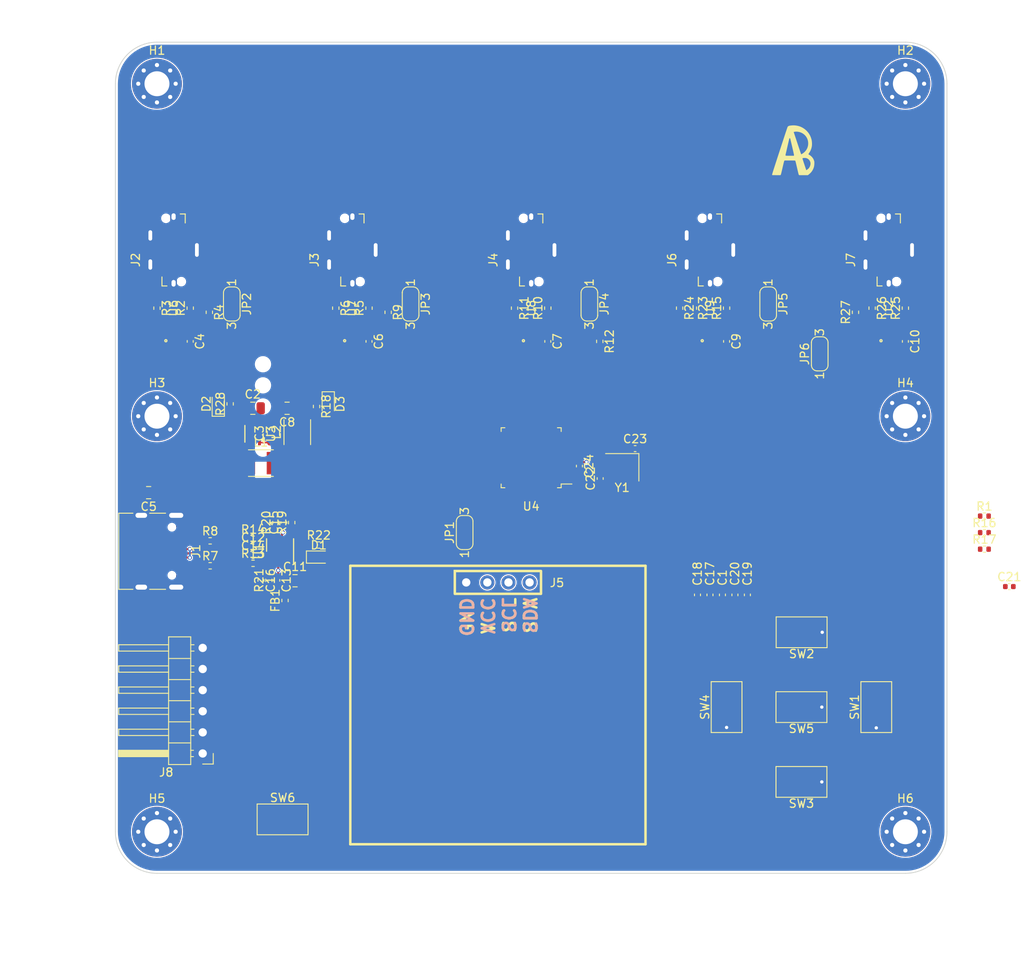
<source format=kicad_pcb>
(kicad_pcb (version 20221018) (generator pcbnew)
  (title_block (title "SilhouetteSync V1") (date "2024-02-27") (rev "1") (company "BCIT BENG 2024"))
  (layers (0 "F.Cu" signal) (31 "B.Cu" signal) (35 "F.Paste" user) (36 "B.SilkS" user "B.Silkscreen") (37 "F.SilkS" user "F.Silkscreen") (38 "B.Mask" user) (39 "F.Mask" user) (44 "Edge.Cuts" user))
  (net 0 "")
  (net 1 "GND")
  (net 4 "VBUS")
  (net 8 "Net-(J1-CC1)")
  (net 9 "/USB_D+")
  (net 10 "/USB_D-")
  (net 12 "Net-(J1-CC2)")
  (net 13 "+3.3V")
  (net 14 "/SW5")
  (net 16 "Net-(J2-SBU1)")
  (net 17 "/3V3_RAW")
  (net 18 "Net-(U1-VCC)")
  (net 19 "Net-(U1-3V3OUT)")
  (net 20 "Net-(U1-~{RESET}#)")
  (net 21 "Net-(D3-A)")
  (net 22 "/MCU_NRST")
  (net 24 "/MCU_XI")
  (net 25 "/MCU_XO")
  (net 26 "Net-(D1-K)")
  (net 30 "Net-(D1-A)")
  (net 31 "Net-(J5-VCC)")
  (net 32 "/ST_SWCLK")
  (net 33 "/ST_SWDIO")
  (net 37 "Net-(J2-SBU2)")
  (net 45 "Net-(J3-SBU1)")
  (net 52 "Net-(J3-SBU2)")
  (net 58 "/RGB_LED")
  (net 59 "/RGB_LED1")
  (net 60 "/RGB_LED2")
  (net 61 "/RGB_LED3")
  (net 63 "/LX")
  (net 66 "/SW2")
  (net 67 "Net-(J4-SBU1)")
  (net 74 "Net-(J4-SBU2)")
  (net 82 "Net-(J6-SBU1)")
  (net 89 "Net-(J6-SBU2)")
  (net 97 "Net-(J7-SBU1)")
  (net 104 "Net-(J7-SBU2)")
  (net 107 "/SW1")
  (net 108 "/SW3")
  (net 109 "/SW4")
  (net 110 "Net-(U1-USBDM)")
  (net 111 "/RGB_LED4")
  (net 113 "/MCU_SCL")
  (net 114 "/MCU_SDA")
  (net 115 "Net-(U1-USBDP)")
  (net 116 "Net-(U1-TXD)")
  (net 117 "/VCP_TX")
  (net 118 "Net-(U1-RXD)")
  (net 119 "/VCP_RX")
  (net 150 "Net-(D2-A)")
  (net 157 "Net-(J2-DP2)")
  (net 158 "Net-(J3-DP2)")
  (net 159 "Net-(J4-DP2)")
  (net 160 "Net-(J6-DP2)")
  (net 161 "Net-(J7-DP2)")
  (net 162 "Net-(JP2-C)")
  (net 163 "/BAND_TX1")
  (net 164 "Net-(JP3-C)")
  (net 165 "/BAND_TX2")
  (net 166 "Net-(JP4-C)")
  (net 167 "/BAND_TX3")
  (net 168 "Net-(JP5-C)")
  (net 169 "/BAND_TX4")
  (net 170 "Net-(JP6-C)")
  (net 171 "/BAND_TX5")
  (net 172 "/BAND_RX1")
  (net 173 "/BAND_RX2")
  (net 174 "/BAND_RX3")
  (net 175 "/BAND_RX4")
  (net 176 "/BAND_RX5")
  (footprint "Resistor_SMD:R_0402_1005Metric" (layer "F.Cu") (at 110.4 117.175001 90)
    (fp_text reference "FB1")
    (fp_text value "600@100MHz")
  )
  (footprint "Resistor_SMD:R_0402_1005Metric" (layer "F.Cu") (at 101.4 113)
    (fp_text reference "R7")
    (fp_text value "5.1k")
  )
  (footprint "00_tracker_fp:IN-PI15_INL" (layer "F.Cu") (at 183 85 90)
    (fp_text reference "U2")
    (fp_text value "IN-PI15TAT5R5G5B")
  )
  (footprint "Button_Switch_SMD:SW_SPST_CK_RS282G05A3" (layer "F.Cu") (at 172.523 121 180)
    (fp_text reference "SW2")
    (fp_text value "SW_Push")
  )
  (footprint "Resistor_SMD:R_0402_1005Metric" (layer "F.Cu") (at 138 82 -90)
    (fp_text reference "R11")
    (fp_text value "330")
  )
  (footprint "Jumper:SolderJumper-3_P1.3mm_Open_RoundedPad1.0x1.5mm_NumberLabels" (layer "F.Cu") (at 168.5 81.5 -90)
    (fp_text reference "JP5")
    (fp_text value "SolderJumper_3_Open")
  )
  (footprint "Capacitor_SMD:C_0402_1005Metric" (layer "F.Cu") (at 197.5 115.5)
    (fp_text reference "C21")
    (fp_text value "0.1u")
  )
  (footprint "00_tracker_fp:IN-PI15_INL" (layer "F.Cu") (at 97 85 90)
    (fp_text reference "U6")
    (fp_text value "IN-PI15TAT5R5G5B")
  )
  (footprint "Inductor_SMD:L_Taiyo-Yuden_NR-30xx" (layer "F.Cu") (at 107.5 100.645)
    (fp_text reference "L1")
    (fp_text value "4.7uH")
  )
  (footprint "Resistor_SMD:R_0402_1005Metric" (layer "F.Cu") (at 101.3 82.5 -90)
    (fp_text reference "R4")
    (fp_text value "330")
  )
  (footprint "Resistor_SMD:R_0402_1005Metric" (layer "F.Cu") (at 194.5 107.02)
    (fp_text reference "R1")
    (fp_text value "10k")
  )
  (footprint "Resistor_SMD:R_0402_1005Metric" (layer "F.Cu") (at 103.800001 93.52 90)
    (fp_text reference "R28")
    (fp_text value "1k")
  )
  (footprint "MountingHole:MountingHole_3mm_Pad_Via" (layer "F.Cu") (at 95 55)
    (fp_text reference "H1")
    (fp_text value "3mm")
  )
  (footprint "00_tracker_fp:IN-PI15_INL" (layer "F.Cu") (at 140 85 90)
    (fp_text reference "U8")
    (fp_text value "IN-PI15TAT5R5G5B")
  )
  (footprint "Package_DFN_QFN:DFN-6-1EP_2x2mm_P0.65mm_EP1x1.6mm" (layer "F.Cu") (at 106.675 97.12 -90)
    (fp_text reference "U3")
    (fp_text value "RT8010")
  )
  (footprint "Capacitor_SMD:C_0402_1005Metric" (layer "F.Cu") (at 166 116.5 90)
    (fp_text reference "C19")
    (fp_text value "0.1u")
  )
  (footprint "Resistor_SMD:R_0402_1005Metric" (layer "F.Cu") (at 142 82 90)
    (fp_text reference "R10")
    (fp_text value "330")
  )
  (footprint "Resistor_SMD:R_0402_1005Metric" (layer "F.Cu") (at 122.8 82.5 -90)
    (fp_text reference "R9")
    (fp_text value "330")
  )
  (footprint "MountingHole:MountingHole_3mm_Pad_Via" (layer "F.Cu") (at 185 145)
    (fp_text reference "H6")
    (fp_text value "3mm")
  )
  (footprint "Resistor_SMD:R_0402_1005Metric" (layer "F.Cu") (at 101.395 110)
    (fp_text reference "R8")
    (fp_text value "5.1k")
  )
  (footprint "00_tracker_fp:AMPHENOL_GSB3CN1130DSHR_NEW1" (layer "F.Cu") (at 183 75 90)
    (fp_text reference "J7")
    (fp_text value "GSB3CN1130DSHR")
  )
  (footprint "Connector_PinHeader_2.54mm:PinHeader_1x06_P2.54mm_Horizontal" (layer "F.Cu") (at 100.5 135.58 180)
    (fp_text reference "J8")
    (fp_text value "ST-LINK")
  )
  (footprint "Resistor_SMD:R_0402_1005Metric" (layer "F.Cu") (at 157.85 82 -90)
    (fp_text reference "R24")
    (fp_text value "330")
  )
  (footprint "Resistor_SMD:R_0402_1005Metric" (layer "F.Cu") (at 106.555 112.7)
    (fp_text reference "R13")
    (fp_text value "22")
  )
  (footprint "Jumper:SolderJumper-3_P1.3mm_Open_RoundedPad1.0x1.5mm_NumberLabels" (layer "F.Cu") (at 132 109 90)
    (fp_text reference "JP1")
    (fp_text value "SolderJumper_3_Open")
  )
  (footprint "Resistor_SMD:R_0402_1005Metric" (layer "F.Cu") (at 116.5 82 -90)
    (fp_text reference "R6")
    (fp_text value "330")
  )
  (footprint "MountingHole:MountingHole_3mm_Pad_Via" (layer "F.Cu") (at 95 145)
    (fp_text reference "H5")
    (fp_text value "3mm")
  )
  (footprint "Resistor_SMD:R_0402_1005Metric" (layer "F.Cu") (at 194.5 111)
    (fp_text reference "R17")
    (fp_text value "4.7k")
  )
  (footprint "Resistor_SMD:R_0402_1005Metric" (layer "F.Cu") (at 181 82 -90)
    (fp_text reference "R26")
    (fp_text value "330")
  )
  (footprint "Capacitor_SMD:C_0805_2012Metric" (layer "F.Cu") (at 111.605 114.800001)
    (fp_text reference "C11")
    (fp_text value "10u")
  )
  (footprint "Button_Switch_SMD:SW_SPST_CK_RS282G05A3" (layer "F.Cu") (at 181.5 130 90)
    (fp_text reference "SW1")
    (fp_text value "SW_Push")
  )
  (footprint "Crystal:Crystal_SMD_Abracon_ABM8G-4Pin_3.2x2.5mm" (layer "F.Cu") (at 150.95 101.15 180)
    (fp_text reference "Y1")
    (fp_text value "8MHz")
  )
  (footprint "Package_DFN_QFN:DFN-12-1EP_3x3mm_P0.45mm_EP1.66x2.38mm" (layer "F.Cu") (at 109.805 111.25 90)
    (fp_text reference "U1")
    (fp_text value "FT234XD-T")
  )
  (footprint "Capacitor_SMD:C_0402_1005Metric" (layer "F.Cu") (at 99 86 -90)
    (fp_text reference "C4")
    (fp_text value "0.1u")
  )
  (footprint "Jumper:SolderJumper-3_P1.3mm_Open_RoundedPad1.0x1.5mm_NumberLabels" (layer "F.Cu") (at 104 81.5 -90)
    (fp_text reference "JP2")
    (fp_text value "SolderJumper_3_Open")
  )
  (footprint "Capacitor_SMD:C_0402_1005Metric" (layer "F.Cu") (at 160 116.5 90)
    (fp_text reference "C18")
    (fp_text value "0.1u")
  )
  (footprint "Resistor_SMD:R_0402_1005Metric" (layer "F.Cu") (at 108.455 114.75 90)
    (fp_text reference "R21")
    (fp_text value "1k")
  )
  (footprint "Capacitor_SMD:C_0402_1005Metric" (layer "F.Cu") (at 110.255 107.8 90)
    (fp_text reference "C15")
    (fp_text value "0.1u")
  )
  (footprint "Capacitor_SMD:C_0402_1005Metric" (layer "F.Cu") (at 163 116.5 90)
    (fp_text reference "C1")
    (fp_text value "0.1u")
  )
  (footprint "Capacitor_SMD:C_0402_1005Metric" (layer "F.Cu") (at 109.405 114.75 -90)
    (fp_text reference "C13")
    (fp_text value "0.1u")
  )
  (footprint "Capacitor_SMD:C_0402_1005Metric" (layer "F.Cu") (at 164.5 116.5 90)
    (fp_text reference "C20")
    (fp_text value "0.1u")
  )
  (footprint "Button_Switch_SMD:SW_SPST_CK_RS282G05A3" (layer "F.Cu") (at 110.109 143.51)
    (fp_text reference "SW6")
    (fp_text value "SW_Push")
  )
  (footprint "Capacitor_SMD:C_0805_2012Metric" (layer "F.Cu") (at 110.65 94.045 180)
    (fp_text reference "C8")
    (fp_text value "10u")
  )
  (footprint "00_tracker_fp:IN-PI15_INL" (layer "F.Cu") (at 161.5 85 90)
    (fp_text reference "U9")
    (fp_text value "IN-PI15TAT5R5G5B")
  )
  (footprint "00_tracker_fp:AMPHENOL_GSB3CN1130DSHR_NEW1" (layer "F.Cu") (at 140 75 90)
    (fp_text reference "J4")
    (fp_text value "GSB3CN1130DSHR")
  )
  (footprint "Capacitor_SMD:C_0402_1005Metric" (layer "F.Cu") (at 145.8 101 -90)
    (fp_text reference "C24")
    (fp_text value "1u")
  )
  (footprint "Capacitor_SMD:C_0402_1005Metric" (layer "F.Cu") (at 120.5 86 -90)
    (fp_text reference "C6")
    (fp_text value "0.1u")
  )
  (footprint "Capacitor_SMD:C_0805_2012Metric" (layer "F.Cu") (at 94 104.2 180)
    (fp_text reference "C5")
    (fp_text value "10u")
  )
  (footprint "Capacitor_SMD:C_0402_1005Metric" (layer "F.Cu") (at 152.5 98.9)
    (fp_text reference "C23")
    (fp_text value "27p")
  )
  (footprint "Resistor_SMD:R_0402_1005Metric" (layer "F.Cu") (at 114.455 110.5)
    (fp_text reference "R22")
    (fp_text value "1k")
  )
  (footprint "Jumper:SolderJumper-3_P1.3mm_Open_RoundedPad1.0x1.5mm_NumberLabels" (layer "F.Cu") (at 125.5 81.5 -90)
    (fp_text reference "JP3")
    (fp_text value "SolderJumper_3_Open")
  )
  (footprint "Resistor_SMD:R_0402_1005Metric" (layer "F.Cu") (at 159.5 82 -90)
    (fp_text reference "R23")
    (fp_text value "330")
  )
  (footprint "00_tracker_fp:AB_logo" (layer "F.Cu") (at 171.5 63)
    (fp_text reference "LG1" hide)
    (fp_text value "~" hide)
  )
  (footprint "Capacitor_SMD:C_0402_1005Metric" (layer "F.Cu") (at 106.555 110.75)
    (fp_text reference "C12")
    (fp_text value "47p")
  )
  (footprint "MountingHole:MountingHole_3mm_Pad_Via" (layer "F.Cu") (at 95 95)
    (fp_text reference "H3")
    (fp_text value "3mm")
  )
  (footprint "Resistor_SMD:R_0402_1005Metric" (layer "F.Cu") (at 99 82 90)
    (fp_text reference "R2")
    (fp_text value "330")
  )
  (footprint "Package_QFP:LQFP-48_7x7mm_P0.5mm" (layer "F.Cu") (at 140 100 180)
    (fp_text reference "U4")
    (fp_text value "STM32G070CBTx")
  )
  (footprint "Resistor_SMD:R_0402_1005Metric" (layer "F.Cu") (at 163.5 82 90)
    (fp_text reference "R15")
    (fp_text value "330")
  )
  (footprint "Button_Switch_SMD:SW_SPST_CK_RS282G05A3" (layer "F.Cu") (at 172.5 139 180)
    (fp_text reference "SW3")
    (fp_text value "SW_Push")
  )
  (footprint "Resistor_SMD:R_0402_1005Metric" (layer "F.Cu") (at 111.205 107.8 90)
    (fp_text reference "R19")
    (fp_text value "330")
  )
  (footprint "Button_Switch_SMD:SW_SPST_CK_RS282G05A3" (layer "F.Cu") (at 163.5 130 90)
    (fp_text reference "SW4")
    (fp_text value "SW_Push")
  )
  (footprint "MountingHole:MountingHole_3mm_Pad_Via" (layer "F.Cu") (at 185 55)
    (fp_text reference "H2")
    (fp_text value "3mm")
  )
  (footprint "LED_SMD:LED_0603_1608Metric" (layer "F.Cu") (at 114.455 111.95)
    (fp_text reference "D1")
    (fp_text value "GREEN")
  )
  (footprint "Capacitor_SMD:C_0402_1005Metric" (layer "F.Cu") (at 161.5 116.5 90)
    (fp_text reference "C17")
    (fp_text value "0.1u")
  )
  (footprint "Resistor_SMD:R_0402_1005Metric" (layer "F.Cu") (at 185 82 90)
    (fp_text reference "R25")
    (fp_text value "330")
  )
  (footprint "Capacitor_SMD:C_0402_1005Metric" (layer "F.Cu") (at 185 86 -90)
    (fp_text reference "C10")
    (fp_text value "0.1u")
  )
  (footprint "Capacitor_SMD:C_0402_1005Metric" (layer "F.Cu") (at 148.3 102.5 90)
    (fp_text reference "C22")
    (fp_text value "27p")
  )
  (footprint "Jumper:SolderJumper-3_P1.3mm_Open_RoundedPad1.0x1.5mm_NumberLabels" (layer "F.Cu") (at 174.7 87.5 90)
    (fp_text reference "JP6")
    (fp_text value "SolderJumper_3_Open")
  )
  (footprint "Jumper:SolderJumper-3_P1.3mm_Open_RoundedPad1.0x1.5mm_NumberLabels" (layer "F.Cu") (at 147 81.5 -90)
    (fp_text reference "JP4")
    (fp_text value "SolderJumper_3_Open")
  )
  (footprint "Capacitor_SMD:C_0805_2012Metric" (layer "F.Cu") (at 109 97.07 90)
    (fp_text reference "C3")
    (fp_text value "10u")
  )
  (footprint "Resistor_SMD:R_0402_1005Metric" (layer "F.Cu") (at 114.189999 93.829999 -90)
    (fp_text reference "R18")
    (fp_text value "1k")
  )
  (footprint "00_tracker_fp:AMPHENOL_GSB3CN1130DSHR_NEW1" (layer "F.Cu") (at 161.5 75 90)
    (fp_text reference "J6")
    (fp_text value "GSB3CN1130DSHR")
  )
  (footprint "00_tracker_fp:USB_C_Receptacle_G-Switch_GT-USB-7010ASV_local3d" (layer "F.Cu") (at 94.19 111.25 -90)
    (fp_text reference "J1")
    (fp_text value "USB_C_USB20")
  )
  (footprint "00_tracker_fp:SSD1306_12864_I2C_13in" (layer "F.Cu") (at 136 115)
    (fp_text reference "J5")
    (fp_text value "SSD1306_I2C_128x64")
  )
  (footprint "Capacitor_SMD:C_0402_1005Metric" (layer "F.Cu") (at 163.5 86 -90)
    (fp_text reference "C9")
    (fp_text value "0.1u")
  )
  (footprint "00_tracker_fp:IN-PI15_INL" (layer "F.Cu") (at 118.5 85 90)
    (fp_text reference "U7")
    (fp_text value "IN-PI15TAT5R5G5B")
  )
  (footprint "LED_SMD:LED_0603_1608Metric" (layer "F.Cu") (at 102.374999 93.52 90)
    (fp_text reference "D2")
    (fp_text value "GREEN")
  )
  (footprint "Button_Switch_SMD:SW_SPST_CK_RS282G05A3" (layer "F.Cu") (at 172.5 130 180)
    (fp_text reference "SW5")
    (fp_text value "SW_Push")
  )
  (footprint "Resistor_SMD:R_0402_1005Metric" (layer "F.Cu") (at 95 82 -90)
    (fp_text reference "R3")
    (fp_text value "330")
  )
  (footprint "MountingHole:MountingHole_3mm_Pad_Via" (layer "F.Cu") (at 185 95)
    (fp_text reference "H4")
    (fp_text value "3mm")
  )
  (footprint "Capacitor_SMD:C_0402_1005Metric" (layer "F.Cu") (at 142 86 -90)
    (fp_text reference "C7")
    (fp_text value "0.1u")
  )
  (footprint "00_tracker_fp:AMPHENOL_GSB3CN1130DSHR_NEW1" (layer "F.Cu") (at 97 75 90)
    (fp_text reference "J2")
    (fp_text value "GSB3CN1130DSHR")
  )
  (footprint "Resistor_SMD:R_0402_1005Metric" (layer "F.Cu") (at 120.5 82 90)
    (fp_text reference "R5")
    (fp_text value "330")
  )
  (footprint "Resistor_SMD:R_0402_1005Metric" (layer "F.Cu") (at 194.5 109.01)
    (fp_text reference "R16")
    (fp_text value "4.7k")
  )
  (footprint "Capacitor_SMD:C_0402_1005Metric" (layer "F.Cu") (at 107.505 114.75 -90)
    (fp_text reference "C16")
    (fp_text value "0.1u")
  )
  (footprint "Resistor_SMD:R_0402_1005Metric" (layer "F.Cu") (at 109.305 107.800001 90)
    (fp_text reference "R20")
    (fp_text value "330")
  )
  (footprint "Resistor_SMD:R_0402_1005Metric" (layer "F.Cu") (at 179 82.5 90)
    (fp_text reference "R27")
    (fp_text value "330")
  )
  (footprint "LED_SMD:LED_0603_1608Metric" (layer "F.Cu") (at 115.6 93.545 -90)
    (fp_text reference "D3")
    (fp_text value "GREEN")
  )
  (footprint "Resistor_SMD:R_0402_1005Metric" (layer "F.Cu") (at 106.555 109.8)
    (fp_text reference "R14")
    (fp_text value "22")
  )
  (footprint "Capacitor_SMD:C_0805_2012Metric" (layer "F.Cu") (at 106.525001 94.045)
    (fp_text reference "C2")
    (fp_text value "10u")
  )
  (footprint "00_tracker_fp:AMPHENOL_GSB3CN1130DSHR_NEW1" (layer "F.Cu") (at 118.5 75 90)
    (fp_text reference "J3")
    (fp_text value "GSB3CN1130DSHR")
  )
  (footprint "Inductor_SMD:L_Taiyo-Yuden_NR-30xx" (layer "F.Cu") (at 111.875 96.92 90)
    (fp_text reference "L2")
    (fp_text value "4.7uH")
  )
  (footprint "Resistor_SMD:R_0402_1005Metric" (layer "F.Cu") (at 148.25 86 -90)
    (fp_text reference "R12")
    (fp_text value "330")
  )
  (footprint "Capacitor_SMD:C_0402_1005Metric" (layer "F.Cu") (at 106.555 111.75)
    (fp_text reference "C14")
    (fp_text value "47p")
  )
  (gr_line (start 95 50) (end 185 50) (stroke (width 0.1)) (layer "Edge.Cuts"))
  (gr_line (start 90 145) (end 90 55) (stroke (width 0.1)) (layer "Edge.Cuts"))
  (gr_line (start 185 150) (end 95 150) (stroke (width 0.1)) (layer "Edge.Cuts"))
  (gr_arc (start 190 145) (mid 188.535534 148.535534) (end 185 150) (stroke (width 0.1)) (layer "Edge.Cuts"))
  (gr_arc (start 90 55) (mid 91.464466 51.464466) (end 95 50) (stroke (width 0.1)) (layer "Edge.Cuts"))
  (gr_line (start 190 55) (end 190 145) (stroke (width 0.1)) (layer "Edge.Cuts"))
  (gr_arc (start 95 150) (mid 91.464466 148.535534) (end 90 145) (stroke (width 0.1)) (layer "Edge.Cuts"))
  (gr_arc (start 185 50) (mid 188.535534 51.464466) (end 190 55) (stroke (width 0.1)) (layer "Edge.Cuts"))
  (segment (start 163.5 133.9) (end 163.5 132.45) (width 0.5) (layer "F.Cu") (net 1))
  (segment (start 176.4 130) (end 174.95 130) (width 0.5) (layer "F.Cu") (net 1))
  (segment (start 176.423 121) (end 175 121) (width 0.5) (layer "F.Cu") (net 1))
  (segment (start 176.4 139) (end 174.95 139) (width 0.5) (layer "F.Cu") (net 1))
  (segment (start 181.5 133.9) (end 181.5 132.5) (width 0.5) (layer "F.Cu") (net 1))
  (via (at 175 121) (size 0.7) (drill 0.4) (layers "F.Cu" "B.Cu") (net 1))
  (via (at 174.95 139) (size 0.7) (drill 0.4) (layers "F.Cu" "B.Cu") (net 1))
  (via (at 163.5 132.45) (size 0.7) (drill 0.4) (layers "F.Cu" "B.Cu") (net 1))
  (via (at 181.5 132.5) (size 0.7) (drill 0.4) (layers "F.Cu" "B.Cu") (net 1))
  (via (at 174.95 130) (size 0.7) (drill 0.4) (layers "F.Cu" "B.Cu") (net 1))
  (segment (start 106.675 96.07) (end 106.025 96.07) (width 0.25) (layer "F.Cu") (net 4))
  (segment (start 97.915 110) (end 100.885 110) (width 0.25) (layer "F.Cu") (net 8))
  (segment (start 98.95 110.973) (end 98.962 110.985) (width 0.25) (layer "F.Cu") (net 9))
  (segment (start 98.923 112) (end 98.95 112.027) (width 0.25) (layer "F.Cu") (net 9))
  (segment (start 97.915 112) (end 98.923 112) (width 0.25) (layer "F.Cu") (net 9))
  (segment (start 98.923 111) (end 98.95 110.973) (width 0.25) (layer "F.Cu") (net 9))
  (segment (start 97.915 111) (end 98.923 111) (width 0.25) (layer "F.Cu") (net 9))
  (segment (start 105.825 111) (end 98.977 111) (width 0.25) (layer "F.Cu") (net 9))
  (segment (start 106.075 110.75) (end 105.825 111) (width 0.25) (layer "F.Cu") (net 9))
  (segment (start 106.045 109.8) (end 106.045 110.72) (width 0.25) (layer "F.Cu") (net 9))
  (segment (start 98.977 111) (end 98.95 110.973) (width 0.25) (layer "F.Cu") (net 9))
  (via (at 98.95 112.027) (size 0.5) (drill 0.3) (layers "F.Cu" "B.Cu") (net 9))
  (via (at 98.95 110.973) (size 0.5) (drill 0.3) (layers "F.Cu" "B.Cu") (net 9))
  (segment (start 98.95 110.973) (end 98.95 112.027) (width 0.25) (layer "B.Cu") (net 9))
  (segment (start 105.825 111.5) (end 97.915 111.5) (width 0.25) (layer "F.Cu") (net 10))
  (segment (start 97.15 110.5) (end 97 110.65) (width 0.25) (layer "F.Cu") (net 10))
  (segment (start 106.045 111.78) (end 106.075 111.75) (width 0.25) (layer "F.Cu") (net 10))
  (segment (start 97 110.65) (end 97 111.35) (width 0.25) (layer "F.Cu") (net 10))
  (segment (start 97 111.35) (end 97.15 111.5) (width 0.25) (layer "F.Cu") (net 10))
  (segment (start 97.915 110.5) (end 97.15 110.5) (width 0.25) (layer "F.Cu") (net 10))
  (segment (start 106.075 111.75) (end 105.825 111.5) (width 0.25) (layer "F.Cu") (net 10))
  (segment (start 97.15 111.5) (end 97.915 111.5) (width 0.25) (layer "F.Cu") (net 10))
  (segment (start 106.045 112.7) (end 106.045 111.78) (width 0.25) (layer "F.Cu") (net 10))
  (segment (start 97.915 113) (end 100.89 113) (width 0.25) (layer "F.Cu") (net 12))
  (segment (start 145.57 100.75) (end 145.8 100.52) (width 0.25) (layer "F.Cu") (net 13))
  (segment (start 145.53 100.25) (end 145.8 100.52) (width 0.25) (layer "F.Cu") (net 13))
  (segment (start 145.8 100.52) (end 146.63 100.52) (width 0.25) (layer "F.Cu") (net 13))
  (segment (start 146.63 100.52) (end 146.65 100.5) (width 0.25) (layer "F.Cu") (net 13))
  (segment (start 144.1625 100.75) (end 145.57 100.75) (width 0.25) (layer "F.Cu") (net 13))
  (segment (start 144.1625 100.25) (end 145.53 100.25) (width 0.25) (layer "F.Cu") (net 13))
  (via (at 146.65 100.5) (size 0.5) (drill 0.3) (layers "F.Cu" "B.Cu") (net 13))
  (segment (start 168.6 130) (end 168.6 127.1) (width 0.127) (layer "F.Cu") (net 14))
  (segment (start 168.6 127.1) (end 163 121.5) (width 0.127) (layer "F.Cu") (net 14))
  (segment (start 163 121.5) (end 163 116.98) (width 0.127) (layer "F.Cu") (net 14))
  (segment (start 96.02 75.75) (end 95.55 75.75) (width 0.127) (layer "F.Cu") (net 16))
  (segment (start 95.55 75.75) (end 95 76.3) (width 0.127) (layer "F.Cu") (net 16))
  (segment (start 95 76.3) (end 95 81.49) (width 0.127) (layer "F.Cu") (net 16))
  (segment (start 108.775 98.17) (end 108.925 98.02) (width 0.2) (layer "F.Cu") (net 17))
  (segment (start 107.325 98.170001) (end 108.775 98.17) (width 0.2) (layer "F.Cu") (net 17))
  (segment (start 110.28 113.45) (end 110.28 114.425) (width 0.25) (layer "F.Cu") (net 18))
  (segment (start 110.03 113.2) (end 110.28 113.45) (width 0.25) (layer "F.Cu") (net 18))
  (segment (start 110.28 114.425) (end 110.655 114.8) (width 0.25) (layer "F.Cu") (net 18))
  (segment (start 110.03 112.65) (end 110.03 113.2) (width 0.25) (layer "F.Cu") (net 18))
  (segment (start 110.155 108.38) (end 110.255 108.28) (width 0.25) (layer "F.Cu") (net 19))
  (segment (start 110.03 109.85) (end 110.03 109.125) (width 0.25) (layer "F.Cu") (net 19))
  (segment (start 108.455 115.26) (end 108.455 115.22) (width 0.25) (layer "F.Cu") (net 19))
  (segment (start 109.58 113.55) (end 109.58 114.095) (width 0.25) (layer "F.Cu") (net 19))
  (segment (start 108.455 115.22) (end 109.405 114.27) (width 0.25) (layer "F.Cu") (net 19))
  (segment (start 109.58 113.55) (end 109.58 112.65) (width 0.25) (layer "F.Cu") (net 19))
  (segment (start 110.155 109) (end 110.155 108.38) (width 0.25) (layer "F.Cu") (net 19))
  (segment (start 110.03 109.125) (end 110.155 109) (width 0.25) (layer "F.Cu") (net 19))
  (segment (start 109.58 114.095) (end 109.405 114.27) (width 0.25) (layer "F.Cu") (net 19))
  (via (at 109.58 113.55) (size 0.5) (drill 0.3) (layers "F.Cu" "B.Cu") (net 19))
  (via (at 110.155 109) (size 0.5) (drill 0.3) (layers "F.Cu" "B.Cu") (net 19))
  (segment (start 108.424999 114.27) (end 108.455 114.24) (width 0.25) (layer "F.Cu") (net 20))
  (segment (start 108.455001 113.875) (end 108.455 114.24) (width 0.25) (layer "F.Cu") (net 20))
  (segment (start 109.13 113.2) (end 108.455001 113.875) (width 0.25) (layer "F.Cu") (net 20))
  (segment (start 109.13 112.65) (end 109.13 113.2) (width 0.25) (layer "F.Cu") (net 20))
  (segment (start 107.505 114.27) (end 108.424999 114.27) (width 0.25) (layer "F.Cu") (net 20))
  (segment (start 148.3 100.9) (end 146.65 99.25) (width 0.25) (layer "F.Cu") (net 24))
  (segment (start 148.3 102.02) (end 148.3 100.9) (width 0.25) (layer "F.Cu") (net 24))
  (segment (start 146.65 99.25) (end 144.1625 99.25) (width 0.25) (layer "F.Cu") (net 24))
  (segment (start 149.83 102.02) (end 149.85 102) (width 0.25) (layer "F.Cu") (net 24))
  (segment (start 148.3 102.02) (end 149.83 102.02) (width 0.25) (layer "F.Cu") (net 24))
  (segment (start 152.02 98.9) (end 151.87 98.75) (width 0.25) (layer "F.Cu") (net 25))
  (segment (start 152.02 98.9) (end 152.02 100.27) (width 0.25) (layer "F.Cu") (net 25))
  (segment (start 151.87 98.75) (end 144.1625 98.75) (width 0.25) (layer "F.Cu") (net 25))
  (segment (start 152.02 100.27) (end 152.05 100.3) (width 0.25) (layer "F.Cu") (net 25))
  (segment (start 99 76.3) (end 99 81.49) (width 0.127) (layer "F.Cu") (net 37))
  (segment (start 97.98 75.75) (end 98.45 75.75) (width 0.127) (layer "F.Cu") (net 37))
  (segment (start 98.45 75.75) (end 99 76.3) (width 0.127) (layer "F.Cu") (net 37))
  (segment (start 116.5 76.3) (end 116.5 81.49) (width 0.127) (layer "F.Cu") (net 45))
  (segment (start 117.05 75.75) (end 116.5 76.3) (width 0.127) (layer "F.Cu") (net 45))
  (segment (start 117.52 75.75) (end 117.05 75.75) (width 0.127) (layer "F.Cu") (net 45))
  (segment (start 119.48 75.75) (end 119.95 75.75) (width 0.127) (layer "F.Cu") (net 52))
  (segment (start 119.95 75.75) (end 120.5 76.3) (width 0.127) (layer "F.Cu") (net 52))
  (segment (start 120.5 76.3) (end 120.5 81.49) (width 0.127) (layer "F.Cu") (net 52))
  (segment (start 166 118.4) (end 166 116.98) (width 0.127) (layer "F.Cu") (net 66))
  (segment (start 168.6 121) (end 166 118.4) (width 0.127) (layer "F.Cu") (net 66))
  (segment (start 168.623 121) (end 168.6 121) (width 0.127) (layer "F.Cu") (net 66))
  (segment (start 138 76.3) (end 138 81.49) (width 0.127) (layer "F.Cu") (net 67))
  (segment (start 139.02 75.75) (end 138.55 75.75) (width 0.127) (layer "F.Cu") (net 67))
  (segment (start 138.55 75.75) (end 138 76.3) (width 0.127) (layer "F.Cu") (net 67))
  (segment (start 141.45 75.75) (end 142 76.3) (width 0.127) (layer "F.Cu") (net 74))
  (segment (start 142 76.3) (end 142 81.49) (width 0.127) (layer "F.Cu") (net 74))
  (segment (start 140.98 75.75) (end 141.45 75.75) (width 0.127) (layer "F.Cu") (net 74))
  (segment (start 160.52 75.75) (end 160.05 75.75) (width 0.127) (layer "F.Cu") (net 82))
  (segment (start 159.5 76.3) (end 159.5 81.49) (width 0.127) (layer "F.Cu") (net 82))
  (segment (start 160.05 75.75) (end 159.5 76.3) (width 0.127) (layer "F.Cu") (net 82))
  (segment (start 162.95 75.75) (end 163.5 76.3) (width 0.127) (layer "F.Cu") (net 89))
  (segment (start 163.5 76.3) (end 163.5 81.49) (width 0.127) (layer "F.Cu") (net 89))
  (segment (start 162.48 75.75) (end 162.95 75.75) (width 0.127) (layer "F.Cu") (net 89))
  (segment (start 181.55 75.75) (end 181 76.3) (width 0.127) (layer "F.Cu") (net 97))
  (segment (start 182.02 75.75) (end 181.55 75.75) (width 0.127) (layer "F.Cu") (net 97))
  (segment (start 181 76.3) (end 181 81.49) (width 0.127) (layer "F.Cu") (net 97))
  (segment (start 185 76.3) (end 185 81.49) (width 0.127) (layer "F.Cu") (net 104))
  (segment (start 184.45 75.75) (end 185 76.3) (width 0.127) (layer "F.Cu") (net 104))
  (segment (start 183.98 75.75) (end 184.45 75.75) (width 0.127) (layer "F.Cu") (net 104))
  (segment (start 164.5 120.8) (end 164.5 116.98) (width 0.127) (layer "F.Cu") (net 107))
  (segment (start 169.8 126.1) (end 164.5 120.8) (width 0.127) (layer "F.Cu") (net 107))
  (segment (start 181.5 126.1) (end 169.8 126.1) (width 0.127) (layer "F.Cu") (net 107))
  (segment (start 165.15 139) (end 160 133.85) (width 0.127) (layer "F.Cu") (net 108))
  (segment (start 160 133.85) (end 160 116.98) (width 0.127) (layer "F.Cu") (net 108))
  (segment (start 168.6 139) (end 165.15 139) (width 0.127) (layer "F.Cu") (net 108))
  (segment (start 163.5 126.1) (end 161.5 124.1) (width 0.127) (layer "F.Cu") (net 109))
  (segment (start 161.5 124.1) (end 161.5 116.98) (width 0.127) (layer "F.Cu") (net 109))
  (segment (start 108.63 112.7) (end 107.065 112.7) (width 0.25) (layer "F.Cu") (net 110))
  (segment (start 108.68 112.65) (end 108.63 112.7) (width 0.25) (layer "F.Cu") (net 110))
  (segment (start 108.68 109.85) (end 108.63 109.8) (width 0.25) (layer "F.Cu") (net 115))
  (segment (start 108.63 109.8) (end 107.065 109.800001) (width 0.25) (layer "F.Cu") (net 115))
  (segment (start 110.93 108.585) (end 111.205 108.31) (width 0.25) (layer "F.Cu") (net 116))
  (segment (start 110.93 109.85) (end 110.93 108.585) (width 0.25) (layer "F.Cu") (net 116))
  (segment (start 109.58 109.85) (end 109.58 108.585) (width 0.25) (layer "F.Cu") (net 118))
  (segment (start 109.58 108.585) (end 109.305 108.31) (width 0.25) (layer "F.Cu") (net 118))
  (segment (start 99.5 76.35) (end 99.5 78.1) (width 0.127) (layer "F.Cu") (net 157))
  (segment (start 99.5 78.1) (end 101.85 80.45) (width 0.127) (layer "F.Cu") (net 157))
  (segment (start 98.9 75.75) (end 99.5 76.35) (width 0.127) (layer "F.Cu") (net 157))
  (segment (start 97.98 74.75) (end 98.45 74.75) (width 0.127) (layer "F.Cu") (net 157))
  (segment (start 98.45 74.75) (end 98.9 75.2) (width 0.127) (layer "F.Cu") (net 157))
  (segment (start 103.75 80.45) (end 104 80.2) (width 0.127) (layer "F.Cu") (net 157))
  (segment (start 101.85 80.45) (end 103.75 80.45) (width 0.127) (layer "F.Cu") (net 157))
  (segment (start 98.9 75.2) (end 98.9 75.75) (width 0.127) (layer "F.Cu") (net 157))
  (segment (start 120.4 75.2) (end 120.4 75.75) (width 0.127) (layer "F.Cu") (net 158))
  (segment (start 119.95 74.75) (end 120.4 75.2) (width 0.127) (layer "F.Cu") (net 158))
  (segment (start 120.4 75.75) (end 121 76.35) (width 0.127) (layer "F.Cu") (net 158))
  (segment (start 125.25 80.45) (end 125.5 80.2) (width 0.127) (layer "F.Cu") (net 158))
  (segment (start 121 76.35) (end 121 78.1) (width 0.127) (layer "F.Cu") (net 158))
  (segment (start 123.35 80.45) (end 125.25 80.45) (width 0.127) (layer "F.Cu") (net 158))
  (segment (start 121 78.1) (end 123.35 80.45) (width 0.127) (layer "F.Cu") (net 158))
  (segment (start 119.48 74.75) (end 119.95 74.75) (width 0.127) (layer "F.Cu") (net 158))
  (segment (start 140.98 74.75) (end 141.45 74.75) (width 0.127) (layer "F.Cu") (net 159))
  (segment (start 142.5 78.1) (end 144.85 80.45) (width 0.127) (layer "F.Cu") (net 159))
  (segment (start 141.45 74.75) (end 141.9 75.2) (width 0.127) (layer "F.Cu") (net 159))
  (segment (start 141.9 75.75) (end 142.5 76.35) (width 0.127) (layer "F.Cu") (net 159))
  (segment (start 146.75 80.45) (end 147 80.2) (width 0.127) (layer "F.Cu") (net 159))
  (segment (start 142.5 76.35) (end 142.5 78.1) (width 0.127) (layer "F.Cu") (net 159))
  (segment (start 141.9 75.2) (end 141.9 75.75) (width 0.127) (layer "F.Cu") (net 159))
  (segment (start 144.85 80.45) (end 146.75 80.45) (width 0.127) (layer "F.Cu") (net 159))
  (segment (start 162.95 74.75) (end 163.4 75.2) (width 0.127) (layer "F.Cu") (net 160))
  (segment (start 164 78.1) (end 166.35 80.45) (width 0.127) (layer "F.Cu") (net 160))
  (segment (start 164 76.35) (end 164 78.1) (width 0.127) (layer "F.Cu") (net 160))
  (segment (start 163.4 75.2) (end 163.4 75.75) (width 0.127) (layer "F.Cu") (net 160))
  (segment (start 168.25 80.45) (end 168.5 80.2) (width 0.127) (layer "F.Cu") (net 160))
  (segment (start 163.4 75.75) (end 164 76.35) (width 0.127) (layer "F.Cu") (net 160))
  (segment (start 162.48 74.75) (end 162.95 74.75) (width 0.127) (layer "F.Cu") (net 160))
  (segment (start 166.35 80.45) (end 168.25 80.45) (width 0.127) (layer "F.Cu") (net 160))
  (segment (start 181.45 83.55) (end 176.2 88.8) (width 0.127) (layer "F.Cu") (net 161))
  (segment (start 183.98 74.75) (end 184.45 74.75) (width 0.127) (layer "F.Cu") (net 161))
  (segment (start 186.1 83.2) (end 185.75 83.55) (width 0.127) (layer "F.Cu") (net 161))
  (segment (start 184.9 75.75) (end 186.1 76.95) (width 0.127) (layer "F.Cu") (net 161))
  (segment (start 176.2 88.8) (end 174.7 88.8) (width 0.127) (layer "F.Cu") (net 161))
  (segment (start 184.45 74.75) (end 184.9 75.2) (width 0.127) (layer "F.Cu") (net 161))
  (segment (start 186.1 76.95) (end 186.1 83.2) (width 0.127) (layer "F.Cu") (net 161))
  (segment (start 185.75 83.55) (end 181.45 83.55) (width 0.127) (layer "F.Cu") (net 161))
  (segment (start 184.9 75.2) (end 184.9 75.75) (width 0.127) (layer "F.Cu") (net 161))
  (segment (start 101.79 81.5) (end 101.3 81.99) (width 0.127) (layer "F.Cu") (net 162))
  (segment (start 104 81.5) (end 101.79 81.5) (width 0.127) (layer "F.Cu") (net 162))
  (segment (start 129.55 101.25) (end 135.8375 101.25) (width 0.127) (layer "F.Cu") (net 163))
  (segment (start 103.79 82.51) (end 104 82.72) (width 0.127) (layer "F.Cu") (net 163))
  (segment (start 95 82.51) (end 99 82.51) (width 0.127) (layer "F.Cu") (net 163))
  (segment (start 104 82.72) (end 104 82.8) (width 0.127) (layer "F.Cu") (net 163))
  (segment (start 103.71 82.51) (end 104 82.8) (width 0.127) (layer "F.Cu") (net 163))
  (segment (start 99 82.51) (end 103.71 82.51) (width 0.127) (layer "F.Cu") (net 163))
  (segment (start 111.1 82.8) (end 129.55 101.25) (width 0.127) (layer "F.Cu") (net 163))
  (segment (start 104 82.8) (end 111.1 82.8) (width 0.127) (layer "F.Cu") (net 163))
  (segment (start 125.5 81.5) (end 123.29 81.5) (width 0.127) (layer "F.Cu") (net 164))
  (segment (start 123.29 81.5) (end 122.8 81.99) (width 0.127) (layer "F.Cu") (net 164))
  (segment (start 125.21 82.51) (end 125.5 82.8) (width 0.127) (layer "F.Cu") (net 165))
  (segment (start 125.5 82.8) (end 128.05 82.8) (width 0.127) (layer "F.Cu") (net 165))
  (segment (start 125.29 82.51) (end 125.5 82.72) (width 0.127) (layer "F.Cu") (net 165))
  (segment (start 128.05 82.8) (end 138.25 93) (width 0.127) (layer "F.Cu") (net 165))
  (segment (start 138.25 93) (end 138.25 95.8375) (width 0.127) (layer "F.Cu") (net 165))
  (segment (start 120.5 82.51) (end 125.21 82.51) (width 0.127) (layer "F.Cu") (net 165))
  (segment (start 125.5 82.72) (end 125.5 82.8) (width 0.127) (layer "F.Cu") (net 165))
  (segment (start 116.5 82.51) (end 120.5 82.51) (width 0.127) (layer "F.Cu") (net 165))
  (segment (start 148.25 81.873) (end 148.25 85.49) (width 0.127) (layer "F.Cu") (net 166))
  (segment (start 147 81.5) (end 147.877 81.5) (width 0.127) (layer "F.Cu") (net 166))
  (segment (start 147.877 81.5) (end 148.25 81.873) (width 0.127) (layer "F.Cu") (net 166))
  (segment (start 147 82.72) (end 147 82.8) (width 0.127) (layer "F.Cu") (net 167))
  (segment (start 147 85.7) (end 138.75 93.95) (width 0.127) (layer "F.Cu") (net 167))
  (segment (start 142 82.51) (end 146.71 82.51) (width 0.127) (layer "F.Cu") (net 167))
  (segment (start 138.75 93.95) (end 138.75 95.8375) (width 0.127) (layer "F.Cu") (net 167))
  (segment (start 146.79 82.51) (end 147 82.72) (width 0.127) (layer "F.Cu") (net 167))
  (segment (start 147 82.8) (end 147 85.7) (width 0.127) (layer "F.Cu") (net 167))
  (segment (start 138 82.51) (end 142 82.51) (width 0.127) (layer "F.Cu") (net 167))
  (segment (start 146.71 82.51) (end 147 82.8) (width 0.127) (layer "F.Cu") (net 167))
  (segment (start 158.36 82) (end 157.85 81.49) (width 0.127) (layer "F.Cu") (net 168))
  (segment (start 168.5 81.5) (end 164.95 81.5) (width 0.127) (layer "F.Cu") (net 168))
  (segment (start 164.95 81.5) (end 164.45 82) (width 0.127) (layer "F.Cu") (net 168))
  (segment (start 164.45 82) (end 158.36 82) (width 0.127) (layer "F.Cu") (net 168))
  (segment (start 159.5 82.51) (end 163.5 82.51) (width 0.127) (layer "F.Cu") (net 169))
  (segment (start 168.29 82.51) (end 168.5 82.72) (width 0.127) (layer "F.Cu") (net 169))
  (segment (start 163.5 82.51) (end 168.21 82.51) (width 0.127) (layer "F.Cu") (net 169))
  (segment (start 145.75 97.75) (end 144.1625 97.75) (width 0.127) (layer "F.Cu") (net 169))
  (segment (start 159.5 84) (end 145.75 97.75) (width 0.127) (layer "F.Cu") (net 169))
  (segment (start 168.21 82.51) (end 168.5 82.8) (width 0.127) (layer "F.Cu") (net 169))
  (segment (start 168.5 82.72) (end 168.5 82.8) (width 0.127) (layer "F.Cu") (net 169))
  (segment (start 159.5 82.51) (end 159.5 84) (width 0.127) (layer "F.Cu") (net 169))
  (segment (start 175.9 87.5) (end 179 84.4) (width 0.127) (layer "F.Cu") (net 170))
  (segment (start 174.7 87.5) (end 175.9 87.5) (width 0.127) (layer "F.Cu") (net 170))
  (segment (start 179 84.4) (end 179 83.01) (width 0.127) (layer "F.Cu") (net 170))
  (segment (start 178.69 82.51) (end 181 82.51) (width 0.127) (layer "F.Cu") (net 171))
  (segment (start 174.7 86.2) (end 175 86.2) (width 0.127) (layer "F.Cu") (net 171))
  (segment (start 181 82.51) (end 185 82.51) (width 0.127) (layer "F.Cu") (net 171))
  (segment (start 150.35 107.85) (end 143.3 107.85) (width 0.127) (layer "F.Cu") (net 171))
  (segment (start 143.3 107.85) (end 141.25 105.8) (width 0.127) (layer "F.Cu") (net 171))
  (segment (start 141.25 105.8) (end 141.25 104.1625) (width 0.127) (layer "F.Cu") (net 171))
  (segment (start 175 86.2) (end 178.69 82.51) (width 0.127) (layer "F.Cu") (net 171))
  (segment (start 172 86.2) (end 150.35 107.85) (width 0.127) (layer "F.Cu") (net 171))
  (segment (start 174.7 86.2) (end 172 86.2) (width 0.127) (layer "F.Cu") (net 171))
  (segment (start 101.3 83.01) (end 101.36 83.01) (width 0.127) (layer "F.Cu") (net 172))
  (segment (start 111.45 83.9) (end 129.3 101.75) (width 0.127) (layer "F.Cu") (net 172))
  (segment (start 102.25 83.9) (end 111.45 83.9) (width 0.127) (layer "F.Cu") (net 172))
  (segment (start 101.36 83.01) (end 102.25 83.9) (width 0.127) (layer "F.Cu") (net 172))
  (segment (start 129.3 101.75) (end 135.8375 101.75) (width 0.127) (layer "F.Cu") (net 172))
  (segment (start 128.35 83.9) (end 137.75 93.3) (width 0.127) (layer "F.Cu") (net 173))
  (segment (start 122.8 83.01) (end 123.69 83.9) (width 0.127) (layer "F.Cu") (net 173))
  (segment (start 137.75 93.3) (end 137.75 95.8375) (width 0.127) (layer "F.Cu") (net 173))
  (segment (start 123.69 83.9) (end 128.35 83.9) (width 0.127) (layer "F.Cu") (net 173))
  (segment (start 146.99 86.51) (end 139.75 93.75) (width 0.127) (layer "F.Cu") (net 174))
  (segment (start 139.75 93.75) (end 139.75 95.8375) (width 0.127) (layer "F.Cu") (net 174))
  (segment (start 148.25 86.51) (end 146.99 86.51) (width 0.127) (layer "F.Cu") (net 174))
  (segment (start 145.45 97.25) (end 144.1625 97.25) (width 0.127) (layer "F.Cu") (net 175))
  (segment (start 157.85 82.51) (end 157.85 84.85) (width 0.127) (layer "F.Cu") (net 175))
  (segment (start 157.85 84.85) (end 145.45 97.25) (width 0.127) (layer "F.Cu") (net 175))
  (segment (start 143.55 107.35) (end 141.75 105.55) (width 0.127) (layer "F.Cu") (net 176))
  (segment (start 150.15 107.35) (end 143.55 107.35) (width 0.127) (layer "F.Cu") (net 176))
  (segment (start 141.75 105.55) (end 141.75 104.1625) (width 0.127) (layer "F.Cu") (net 176))
  (segment (start 175.51 81.99) (end 150.15 107.35) (width 0.127) (layer "F.Cu") (net 176))
  (segment (start 179 81.99) (end 175.51 81.99) (width 0.127) (layer "F.Cu") (net 176))
  (zone (net 1) (net_name "GND") (layer "B.Cu") (connect_pads yes (clearance 0.127)) (min_thickness 0.2) (fill yes (thermal_gap 0.5) (thermal_bridge_width 0.5))
    (polygon (pts (xy 90 50) (xy 190 50) (xy 190 150) (xy 90 150)))
  )
)
</source>
